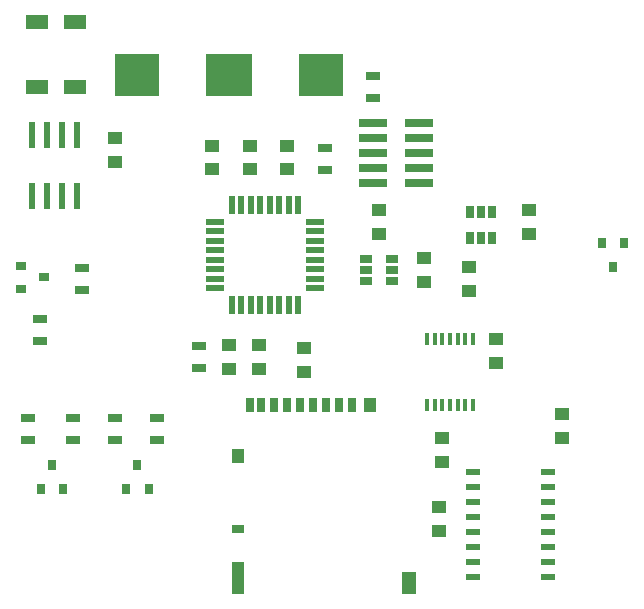
<source format=gbr>
G04 #@! TF.FileFunction,Paste,Top*
%FSLAX46Y46*%
G04 Gerber Fmt 4.6, Leading zero omitted, Abs format (unit mm)*
G04 Created by KiCad (PCBNEW 4.0.2-stable) date 1/20/2017 4:09:41 PM*
%MOMM*%
G01*
G04 APERTURE LIST*
%ADD10C,0.100000*%
%ADD11R,0.650000X1.060000*%
%ADD12R,3.750000X3.600000*%
%ADD13R,4.000000X3.600000*%
%ADD14R,1.250000X1.000000*%
%ADD15R,2.400000X0.740000*%
%ADD16R,1.300000X1.900000*%
%ADD17R,1.000000X2.800000*%
%ADD18R,1.000000X1.200000*%
%ADD19R,1.000000X0.800000*%
%ADD20R,0.700000X1.200000*%
%ADD21R,1.300000X0.700000*%
%ADD22R,0.800000X0.900000*%
%ADD23R,0.900000X0.800000*%
%ADD24R,1.600000X0.550000*%
%ADD25R,0.550000X1.600000*%
%ADD26R,1.060000X0.650000*%
%ADD27R,0.600000X2.200000*%
%ADD28R,1.143000X0.508000*%
%ADD29R,0.400000X1.050000*%
%ADD30R,1.900000X1.300000*%
G04 APERTURE END LIST*
D10*
D11*
X62418000Y-52240000D03*
X61468000Y-52240000D03*
X60518000Y-52240000D03*
X60518000Y-54440000D03*
X62418000Y-54440000D03*
X61468000Y-54440000D03*
D12*
X32385000Y-40640000D03*
D13*
X40135000Y-40640000D03*
D12*
X47885000Y-40640000D03*
D14*
X45085000Y-46625000D03*
X45085000Y-48625000D03*
X41910000Y-46625000D03*
X41910000Y-48625000D03*
X38735000Y-48625000D03*
X38735000Y-46625000D03*
X42672000Y-65516000D03*
X42672000Y-63516000D03*
X40132000Y-65516000D03*
X40132000Y-63516000D03*
X30480000Y-45990000D03*
X30480000Y-47990000D03*
X60452000Y-56912000D03*
X60452000Y-58912000D03*
X56642000Y-58150000D03*
X56642000Y-56150000D03*
X52832000Y-54086000D03*
X52832000Y-52086000D03*
X68326000Y-71358000D03*
X68326000Y-69358000D03*
X57912000Y-77232000D03*
X57912000Y-79232000D03*
X58166000Y-71390000D03*
X58166000Y-73390000D03*
X62738000Y-63008000D03*
X62738000Y-65008000D03*
D15*
X56224000Y-49784000D03*
X56224000Y-48514000D03*
X56224000Y-47244000D03*
X56224000Y-45974000D03*
X56224000Y-44704000D03*
X52324000Y-44704000D03*
X52324000Y-45974000D03*
X52324000Y-47244000D03*
X52324000Y-48514000D03*
X52324000Y-49784000D03*
D16*
X55410000Y-83680000D03*
D17*
X40935000Y-83230000D03*
D18*
X40935000Y-72880000D03*
D19*
X40935000Y-79080000D03*
D18*
X52110000Y-68580000D03*
D20*
X50560000Y-68580000D03*
X49460000Y-68580000D03*
X48360000Y-68580000D03*
X47260000Y-68580000D03*
X46160000Y-68580000D03*
X45060000Y-68580000D03*
X43960000Y-68580000D03*
X42860000Y-68580000D03*
X41910000Y-68580000D03*
D21*
X37592000Y-63566000D03*
X37592000Y-65466000D03*
D22*
X73594000Y-54880000D03*
X71694000Y-54880000D03*
X72644000Y-56880000D03*
D23*
X22495000Y-56835000D03*
X22495000Y-58735000D03*
X24495000Y-57785000D03*
D22*
X24196000Y-75676000D03*
X26096000Y-75676000D03*
X25146000Y-73676000D03*
X31435000Y-75676000D03*
X33335000Y-75676000D03*
X32385000Y-73676000D03*
D21*
X48260000Y-46802000D03*
X48260000Y-48702000D03*
X52324000Y-40706000D03*
X52324000Y-42606000D03*
X27686000Y-58862000D03*
X27686000Y-56962000D03*
X24130000Y-63180000D03*
X24130000Y-61280000D03*
X23114000Y-69662000D03*
X23114000Y-71562000D03*
X30480000Y-69662000D03*
X30480000Y-71562000D03*
X26924000Y-71562000D03*
X26924000Y-69662000D03*
D24*
X38930000Y-53080000D03*
X38930000Y-53880000D03*
X38930000Y-54680000D03*
X38930000Y-55480000D03*
X38930000Y-56280000D03*
X38930000Y-57080000D03*
X38930000Y-57880000D03*
X38930000Y-58680000D03*
D25*
X40380000Y-60130000D03*
X41180000Y-60130000D03*
X41980000Y-60130000D03*
X42780000Y-60130000D03*
X43580000Y-60130000D03*
X44380000Y-60130000D03*
X45180000Y-60130000D03*
X45980000Y-60130000D03*
D24*
X47430000Y-58680000D03*
X47430000Y-57880000D03*
X47430000Y-57080000D03*
X47430000Y-56280000D03*
X47430000Y-55480000D03*
X47430000Y-54680000D03*
X47430000Y-53880000D03*
X47430000Y-53080000D03*
D25*
X45980000Y-51630000D03*
X45180000Y-51630000D03*
X44380000Y-51630000D03*
X43580000Y-51630000D03*
X42780000Y-51630000D03*
X41980000Y-51630000D03*
X41180000Y-51630000D03*
X40380000Y-51630000D03*
D26*
X51732000Y-56200000D03*
X51732000Y-57150000D03*
X51732000Y-58100000D03*
X53932000Y-58100000D03*
X53932000Y-56200000D03*
X53932000Y-57150000D03*
D27*
X23495000Y-50920000D03*
X24765000Y-50920000D03*
X26035000Y-50920000D03*
X27305000Y-50920000D03*
X23495000Y-45720000D03*
X24765000Y-45720000D03*
X26035000Y-45720000D03*
X27305000Y-45720000D03*
D28*
X67183000Y-74295000D03*
X67183000Y-76835000D03*
X67183000Y-78105000D03*
X67183000Y-79375000D03*
X67183000Y-80645000D03*
X67183000Y-81915000D03*
X67183000Y-83185000D03*
X60833000Y-83185000D03*
X60833000Y-81915000D03*
X60833000Y-80645000D03*
X60833000Y-79375000D03*
X60833000Y-78105000D03*
X60833000Y-76835000D03*
X60833000Y-75565000D03*
X60833000Y-74295000D03*
X67183000Y-75565000D03*
D29*
X56896000Y-63030000D03*
X57546000Y-63030000D03*
X58196000Y-63030000D03*
X58846000Y-63030000D03*
X59496000Y-63030000D03*
X60146000Y-63030000D03*
X60796000Y-63030000D03*
X60796000Y-68580000D03*
X60146000Y-68580000D03*
X59496000Y-68580000D03*
X58846000Y-68580000D03*
X58196000Y-68580000D03*
X57546000Y-68580000D03*
X56896000Y-68580000D03*
D30*
X27076000Y-36156000D03*
X27076000Y-41656000D03*
X23876000Y-36156000D03*
X23876000Y-41656000D03*
D14*
X65532000Y-54086000D03*
X65532000Y-52086000D03*
D21*
X34036000Y-71562000D03*
X34036000Y-69662000D03*
D14*
X46482000Y-63770000D03*
X46482000Y-65770000D03*
M02*

</source>
